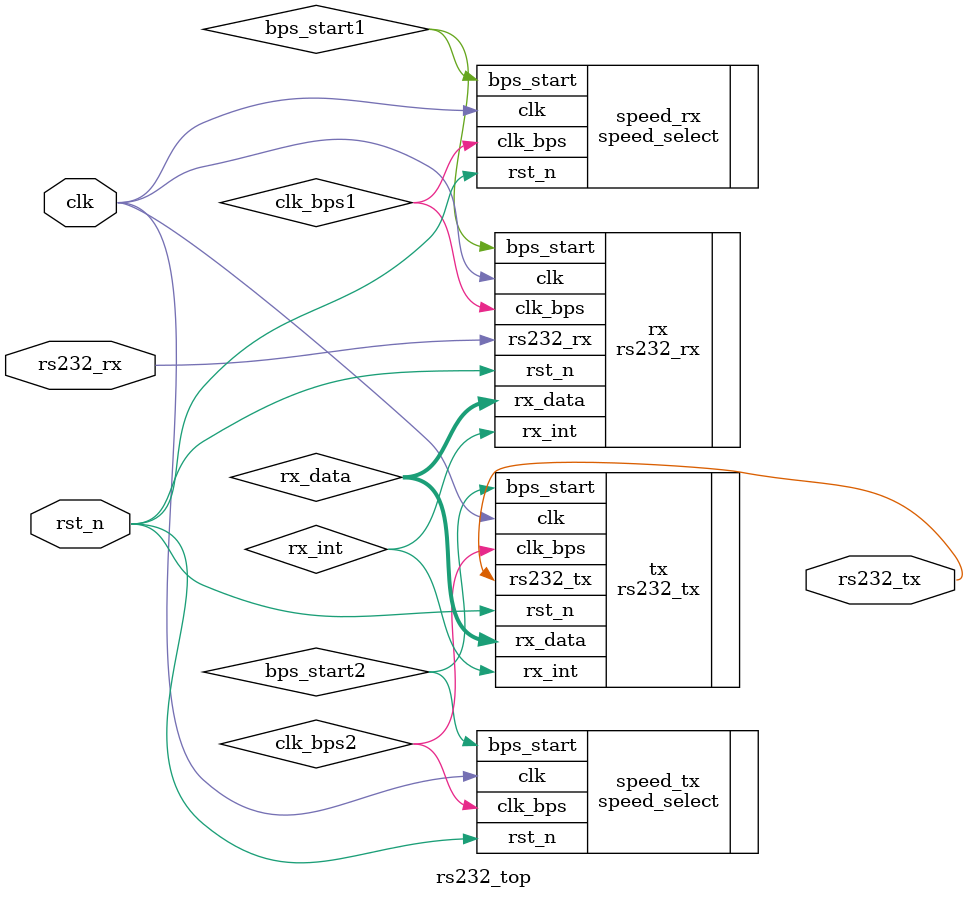
<source format=v>

module rs232_top (clk,rst_n,rs232_rx,rs232_tx);

input clk;   //Ö÷Ê±ÖÓ50MHZ
input rst_n;  //¸´Î»ÐÅºÅ£¬µÍµçÆ½ÓÐÐ§
input rs232_rx;   //Êý¾ÝÊäÈë¶Ë
output rs232_tx;   //Êý¾ÝÊä³ö¶Ë

wire bps_start1;
wire bps_start2;   //²¨ÌØÂÊÊ±ÖÓ¼ÆÊýÆ÷Æô¶¯ÐÅºÅ
wire clk_bps1;
wire clk_bps2;     //¸ßµçÆ½ÆÚ¼äÎª½ÓÊÕ»ò·¢ËÍÊý¾ÝµÄÖÐ¼äÐÅºÅ²ÉÑùµã
wire [7:0] rx_data;
wire rx_int;        //½ÓÊÕÊý¾ÝÖÐ¶ÏÐÅºÅ£¬½ÓÊÕÊý¾ÝÊ±Îª¸ßµçÆ½£¬½ÓÊÕÍêÊý¾ÝºóÀ­µÍ£¬¿ªÊ¼·¢ËÍÊý¾Ý

//ÏÂÃæµÄËÄ¸öÄ£¿éÖÐ£¬speed_rxºÍspeed_txÊÇÁ½¸öÍêÈ«¶ÀÁ¢µÄÓ²¼þÄ£¿é£¬¿É³ÆÖ®ÎªÂß¼­¸´ÖÆ
//£¨²»ÊÇ×ÊÔ´¹²Ïí£¬ºÍÈí¼þÖÐµÄÍ¬Ò»¸ö×Ó³ÌÐòµ÷ÓÃ²»ÄÜ»ìÎªÒ»Ì¸£©

speed_select    speed_rx  (.clk(clk),   //²¨ÌØÂÊÑ¡ÔñÄ£¿é
                           .rst_n(rst_n),
									.bps_start(bps_start1),
									.clk_bps(clk_bps1)
                           );
speed_select    speed_tx  (.clk(clk),   //²¨ÌØÂÊÑ¡ÔñÄ£¿é
                           .rst_n(rst_n),
									.bps_start(bps_start2),
									.clk_bps(clk_bps2)
                           );

rs232_rx        rx   (.clk(clk),          //½ÓÊÕÄ£¿é
                      .rst_n(rst_n),
							 .rs232_rx(rs232_rx),
							 .clk_bps(clk_bps1),
							 .bps_start(bps_start1),
							 .rx_data(rx_data),
							 .rx_int(rx_int)
							 
							 );							  
rs232_tx        tx (.clk(clk),        //·¢ËÍÄ£¿é
                    .rst_n(rst_n),
						  .rx_data(rx_data),
						  .clk_bps(clk_bps2),
						  .bps_start(bps_start2),
						  .rx_int(rx_int),
						  .rs232_tx(rs232_tx)
						  );
						  
endmodule 
 //************************Ð¡Ä«Æ·ÅÆ£¬ÄãÖµµÃÓµÓÐ~**************************
</source>
